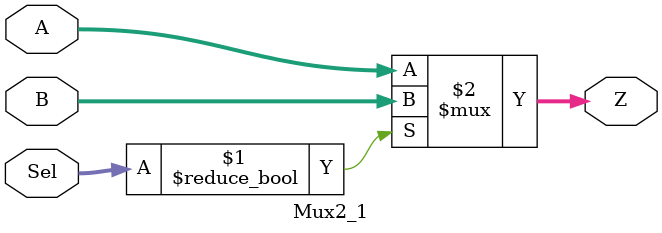
<source format=v>
`timescale 1ns / 1ps
module Mux2_1(
    input [15:0] A,
    input [15:0] B,
    input [15:0] Sel,
    output [15:0] Z
    );


assign Z= Sel? B : A;

endmodule

</source>
